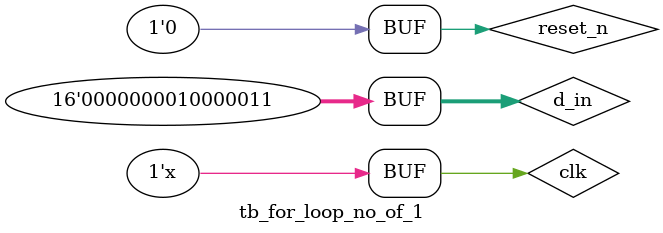
<source format=v>
`timescale 1ns / 1ps


module tb_for_loop_no_of_1;

reg [15:0]d_in;
reg clk;
reg reset_n;
wire [4:0] d_out;


for_loop_no_of_1 DUT (d_in,clk,reset_n,d_out);

always #1 clk=~clk;

always 
    begin
        #8 reset_n=1;
        #409 reset_n=~reset_n;
    end
initial
begin
    clk = 0; reset_n=0;
    d_in = 8'b1011_0011; #10;
    d_in = 8'b1001_0011; #10;
    d_in = 8'b1011_1011; #10;
    d_in = 8'b1011_0111; #10;
    d_in = 8'b1000_0011; #10;
end
endmodule

</source>
